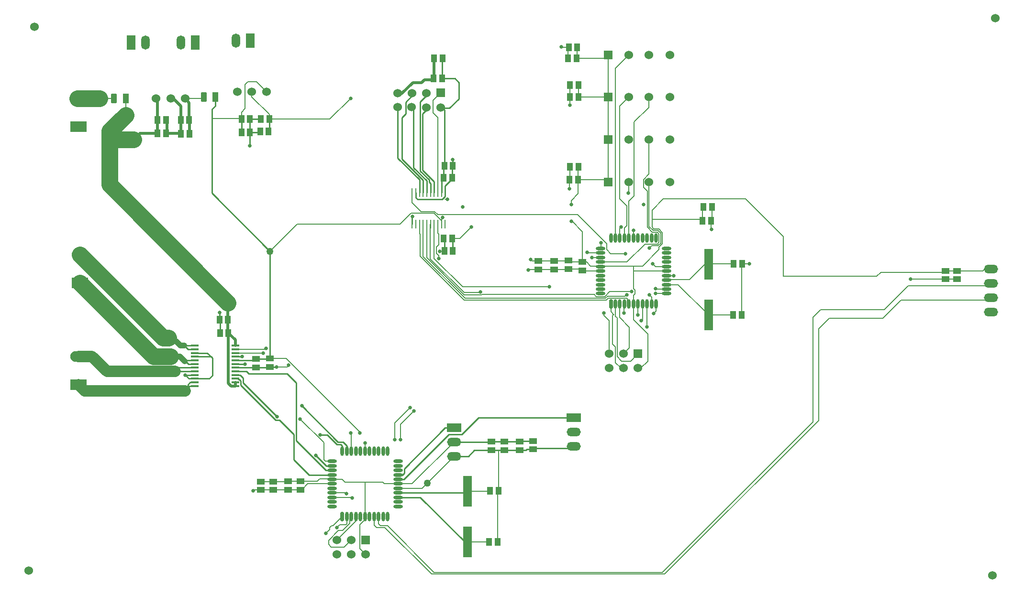
<source format=gtl>
G04 Layer_Physical_Order=1*
G04 Layer_Color=255*
%FSLAX25Y25*%
%MOIN*%
G70*
G01*
G75*
G04:AMPARAMS|DCode=10|XSize=41.34mil|YSize=66.93mil|CornerRadius=10.34mil|HoleSize=0mil|Usage=FLASHONLY|Rotation=0.000|XOffset=0mil|YOffset=0mil|HoleType=Round|Shape=RoundedRectangle|*
%AMROUNDEDRECTD10*
21,1,0.04134,0.04626,0,0,0.0*
21,1,0.02067,0.06693,0,0,0.0*
1,1,0.02067,0.01034,-0.02313*
1,1,0.02067,-0.01034,-0.02313*
1,1,0.02067,-0.01034,0.02313*
1,1,0.02067,0.01034,0.02313*
%
%ADD10ROUNDEDRECTD10*%
%ADD11R,0.04134X0.06693*%
%ADD12O,0.02362X0.06496*%
%ADD13O,0.06496X0.02362*%
G04:AMPARAMS|DCode=14|XSize=23.62mil|YSize=64.96mil|CornerRadius=5.91mil|HoleSize=0mil|Usage=FLASHONLY|Rotation=180.000|XOffset=0mil|YOffset=0mil|HoleType=Round|Shape=RoundedRectangle|*
%AMROUNDEDRECTD14*
21,1,0.02362,0.05315,0,0,180.0*
21,1,0.01181,0.06496,0,0,180.0*
1,1,0.01181,-0.00591,0.02658*
1,1,0.01181,0.00591,0.02658*
1,1,0.01181,0.00591,-0.02658*
1,1,0.01181,-0.00591,-0.02658*
%
%ADD14ROUNDEDRECTD14*%
%ADD15R,0.05906X0.21654*%
%ADD16O,0.05512X0.01575*%
G04:AMPARAMS|DCode=17|XSize=15.75mil|YSize=55.12mil|CornerRadius=3.94mil|HoleSize=0mil|Usage=FLASHONLY|Rotation=90.000|XOffset=0mil|YOffset=0mil|HoleType=Round|Shape=RoundedRectangle|*
%AMROUNDEDRECTD17*
21,1,0.01575,0.04724,0,0,90.0*
21,1,0.00787,0.05512,0,0,90.0*
1,1,0.00787,0.02362,0.00394*
1,1,0.00787,0.02362,-0.00394*
1,1,0.00787,-0.02362,-0.00394*
1,1,0.00787,-0.02362,0.00394*
%
%ADD17ROUNDEDRECTD17*%
%ADD18R,0.00984X0.06102*%
G04:AMPARAMS|DCode=19|XSize=9.84mil|YSize=61.02mil|CornerRadius=2.46mil|HoleSize=0mil|Usage=FLASHONLY|Rotation=180.000|XOffset=0mil|YOffset=0mil|HoleType=Round|Shape=RoundedRectangle|*
%AMROUNDEDRECTD19*
21,1,0.00984,0.05610,0,0,180.0*
21,1,0.00492,0.06102,0,0,180.0*
1,1,0.00492,-0.00246,0.02805*
1,1,0.00492,0.00246,0.02805*
1,1,0.00492,0.00246,-0.02805*
1,1,0.00492,-0.00246,-0.02805*
%
%ADD19ROUNDEDRECTD19*%
%ADD20R,0.04331X0.05512*%
%ADD21R,0.05512X0.04331*%
%ADD22C,0.00600*%
%ADD23C,0.01969*%
%ADD24C,0.00984*%
%ADD25C,0.03937*%
%ADD26C,0.11811*%
%ADD27C,0.07874*%
%ADD28C,0.06000*%
%ADD29R,0.06000X0.06000*%
%ADD30O,0.09843X0.06000*%
%ADD31O,0.09843X0.05906*%
%ADD32O,0.06000X0.09843*%
%ADD33R,0.06000X0.09843*%
%ADD34R,0.09843X0.06000*%
%ADD35R,0.11417X0.07480*%
%ADD36O,0.11417X0.07480*%
%ADD37C,0.02500*%
%ADD38C,0.05000*%
D10*
X67913Y342520D02*
D03*
X130512Y343504D02*
D03*
D11*
X76181Y342520D02*
D03*
X138779Y343504D02*
D03*
D12*
X230315Y50886D02*
D03*
X233465D02*
D03*
X236614D02*
D03*
X239764D02*
D03*
X242913D02*
D03*
X246063D02*
D03*
X249213D02*
D03*
X252362D02*
D03*
X255512D02*
D03*
X258661D02*
D03*
Y96752D02*
D03*
X255512D02*
D03*
X252362D02*
D03*
X249213D02*
D03*
X246063D02*
D03*
X242913D02*
D03*
X239764D02*
D03*
X236614D02*
D03*
X233465D02*
D03*
X230315D02*
D03*
X227165D02*
D03*
X417323Y199311D02*
D03*
X420472D02*
D03*
X423622D02*
D03*
X426772D02*
D03*
X429921D02*
D03*
X433071D02*
D03*
X436221D02*
D03*
X439370D02*
D03*
X442520D02*
D03*
X445669D02*
D03*
Y245177D02*
D03*
X442520D02*
D03*
X439370D02*
D03*
X436221D02*
D03*
X433071D02*
D03*
X429921D02*
D03*
X426772D02*
D03*
X423622D02*
D03*
X420472D02*
D03*
X417323D02*
D03*
X414173D02*
D03*
D13*
X265846Y58071D02*
D03*
Y61221D02*
D03*
Y64370D02*
D03*
Y67520D02*
D03*
Y70669D02*
D03*
Y73819D02*
D03*
Y76968D02*
D03*
Y80118D02*
D03*
Y83268D02*
D03*
Y86417D02*
D03*
Y89567D02*
D03*
X219980D02*
D03*
Y86417D02*
D03*
Y83268D02*
D03*
Y80118D02*
D03*
Y76968D02*
D03*
Y73819D02*
D03*
Y70669D02*
D03*
Y67520D02*
D03*
Y64370D02*
D03*
Y61221D02*
D03*
Y58071D02*
D03*
X452854Y206496D02*
D03*
Y209646D02*
D03*
Y212795D02*
D03*
Y215945D02*
D03*
Y219094D02*
D03*
Y222244D02*
D03*
Y225394D02*
D03*
Y228543D02*
D03*
Y231693D02*
D03*
Y234842D02*
D03*
Y237992D02*
D03*
X406988D02*
D03*
Y234842D02*
D03*
Y231693D02*
D03*
Y228543D02*
D03*
Y225394D02*
D03*
Y222244D02*
D03*
Y219094D02*
D03*
Y215945D02*
D03*
Y212795D02*
D03*
Y209646D02*
D03*
Y206496D02*
D03*
D14*
X227165Y50886D02*
D03*
X414173Y199311D02*
D03*
D15*
X482283Y226969D02*
D03*
Y191535D02*
D03*
X314173Y68701D02*
D03*
Y33268D02*
D03*
D16*
X152559Y142028D02*
D03*
Y144587D02*
D03*
Y147146D02*
D03*
Y149705D02*
D03*
Y152264D02*
D03*
Y154823D02*
D03*
Y157382D02*
D03*
Y159941D02*
D03*
Y162500D02*
D03*
Y165059D02*
D03*
Y167618D02*
D03*
Y170177D02*
D03*
X124213Y142028D02*
D03*
Y144587D02*
D03*
Y147146D02*
D03*
Y149705D02*
D03*
Y152264D02*
D03*
Y154823D02*
D03*
Y157382D02*
D03*
Y159941D02*
D03*
Y162500D02*
D03*
Y165059D02*
D03*
Y167618D02*
D03*
D17*
Y170177D02*
D03*
D18*
X275787Y254921D02*
D03*
X278346D02*
D03*
X280906D02*
D03*
X283465D02*
D03*
X286024D02*
D03*
X288583D02*
D03*
X291142D02*
D03*
X293701D02*
D03*
X296260D02*
D03*
X298819D02*
D03*
X275787Y276969D02*
D03*
X278346D02*
D03*
X280906D02*
D03*
X283465D02*
D03*
X286024D02*
D03*
X288583D02*
D03*
X291142D02*
D03*
X293701D02*
D03*
X296260D02*
D03*
D19*
X298819D02*
D03*
D20*
X175787Y319488D02*
D03*
X169882D02*
D03*
X176181Y328150D02*
D03*
X170276D02*
D03*
X499409Y191535D02*
D03*
X505315D02*
D03*
X499606Y227362D02*
D03*
X505512D02*
D03*
X478740Y267126D02*
D03*
X484646D02*
D03*
X391339Y286024D02*
D03*
X385433D02*
D03*
X391732Y343504D02*
D03*
X385827D02*
D03*
X390354Y370472D02*
D03*
X384449D02*
D03*
X478150Y257283D02*
D03*
X484055D02*
D03*
X391535Y295079D02*
D03*
X385630D02*
D03*
X391732Y351969D02*
D03*
X385827D02*
D03*
X390748Y378346D02*
D03*
X384842D02*
D03*
X147835Y178937D02*
D03*
X141929D02*
D03*
X147441Y188386D02*
D03*
X141535D02*
D03*
X329331Y33268D02*
D03*
X335236D02*
D03*
X330118Y69095D02*
D03*
X336024D02*
D03*
X156890Y319094D02*
D03*
X162795D02*
D03*
X156890Y328150D02*
D03*
X162795D02*
D03*
X98425Y318307D02*
D03*
X104331D02*
D03*
X98425Y327756D02*
D03*
X104331D02*
D03*
X120669Y317913D02*
D03*
X114764D02*
D03*
X120472Y327658D02*
D03*
X114567D02*
D03*
X297835Y245079D02*
D03*
X303740D02*
D03*
X298228Y236417D02*
D03*
X304134D02*
D03*
X297835Y287205D02*
D03*
X303740D02*
D03*
X298228Y295472D02*
D03*
X304134D02*
D03*
X297047Y370669D02*
D03*
X291142D02*
D03*
X296654Y356496D02*
D03*
X290748D02*
D03*
D21*
X647441Y222441D02*
D03*
Y216535D02*
D03*
X655315Y222441D02*
D03*
Y216535D02*
D03*
X363779Y229331D02*
D03*
Y223425D02*
D03*
X394488Y228543D02*
D03*
Y222638D02*
D03*
X374803Y229331D02*
D03*
Y223425D02*
D03*
X384646Y229528D02*
D03*
Y223622D02*
D03*
X340158Y103150D02*
D03*
Y97244D02*
D03*
X350787Y103150D02*
D03*
Y97244D02*
D03*
X359842Y103740D02*
D03*
Y97835D02*
D03*
X331102Y103150D02*
D03*
Y97244D02*
D03*
X166929Y161024D02*
D03*
Y155118D02*
D03*
X176772Y161221D02*
D03*
Y155315D02*
D03*
X170472Y75394D02*
D03*
Y69488D02*
D03*
X179134Y75394D02*
D03*
Y69488D02*
D03*
X189370Y75590D02*
D03*
Y69685D02*
D03*
X198031Y75590D02*
D03*
Y69685D02*
D03*
D22*
X309055Y245079D02*
X316929Y252953D01*
X303740Y245079D02*
X309055D01*
X312598Y33268D02*
X329331D01*
X312598Y68701D02*
X329724D01*
X425703Y199311D02*
Y203165D01*
X230315Y45901D02*
Y50886D01*
X229690Y45276D02*
X230315Y45901D01*
X225394Y45276D02*
X229690D01*
X223425Y43307D02*
X225394Y45276D01*
X220752Y44473D02*
X227165Y50886D01*
X219582Y44473D02*
X220752D01*
X218322Y43213D02*
X219582Y44473D01*
X217520Y34374D02*
X224303Y41157D01*
X227269D01*
X232396Y46285D01*
X219488Y29528D02*
X228189D01*
X218322Y42043D02*
Y43213D01*
X215650Y39370D02*
X218322Y42043D01*
X223268Y34606D02*
X236614Y47953D01*
X232396Y46285D02*
Y49817D01*
X236614Y47953D02*
Y50886D01*
X217520Y31496D02*
Y34374D01*
X232396Y49817D02*
X233465Y50886D01*
X242913Y49025D02*
Y50886D01*
X239173Y45285D02*
X242913Y49025D01*
X239173Y28701D02*
Y45285D01*
Y28701D02*
X243268Y24606D01*
X217520Y31496D02*
X219488Y29528D01*
X228189D02*
X233268Y34606D01*
X623032Y216535D02*
X647441D01*
X677323Y201929D02*
X679134Y203740D01*
X677323Y211929D02*
X679134Y213740D01*
X655315Y222441D02*
X673228D01*
X674528Y223740D01*
X679134D01*
X677835Y222441D02*
X679134Y223740D01*
X646457Y221457D02*
X647441Y222441D01*
X602362Y221457D02*
X646457D01*
X621378Y211929D02*
X677323D01*
X604764Y195315D02*
X621378Y211929D01*
X616299Y201929D02*
X677323D01*
X534252Y218504D02*
X599409D01*
X602362Y221457D01*
X120472Y327658D02*
X120669Y327461D01*
X359252Y229331D02*
X363779D01*
X358268Y230315D02*
X359252Y229331D01*
X450019Y12027D02*
X555118Y117126D01*
X291123Y12027D02*
X450019D01*
X258643Y44507D02*
X291123Y12027D01*
X253721Y44507D02*
X258643D01*
X252362Y45866D02*
X253721Y44507D01*
X249213Y45079D02*
Y50886D01*
Y45079D02*
X250984Y43307D01*
X252362Y45866D02*
Y50886D01*
X250984Y43307D02*
X256791D01*
X289272Y10827D01*
X451772D02*
X559055Y118110D01*
X289272Y10827D02*
X451772D01*
X406988Y228543D02*
X425394D01*
X437880Y241029D01*
X446531D01*
X447750Y242248D01*
Y248106D01*
X446531Y249325D02*
X447750Y248106D01*
X443137Y249325D02*
X446531D01*
X439548Y252914D02*
X443137Y249325D01*
X439548Y252914D02*
Y277849D01*
X436848Y280549D02*
X439548Y277849D01*
X436848Y280549D02*
Y286064D01*
X440748Y289964D01*
X442585Y239829D02*
X447028D01*
X443634Y250525D02*
X447028D01*
X440748Y253411D02*
X443634Y250525D01*
X447512Y251739D02*
X450150Y249100D01*
X444118Y251739D02*
X447512D01*
X447750Y237317D02*
Y238854D01*
X450150Y241254D01*
Y249100D01*
X442913Y252943D02*
X444118Y251739D01*
X447028Y239829D02*
X448950Y241751D01*
Y248603D01*
X447028Y250525D02*
X448950Y248603D01*
X440945Y238189D02*
X442585Y239829D01*
X426772Y245177D02*
Y270903D01*
X430475Y274606D01*
Y326144D01*
X440748Y336417D01*
Y343504D01*
X406988Y237992D02*
X407480Y238484D01*
Y242126D01*
X411236Y237298D02*
Y241411D01*
X295960Y261796D02*
X390851D01*
X411236Y241411D01*
Y237298D02*
X414085Y234449D01*
X424409D01*
X420472Y252165D02*
X421260Y252953D01*
X420472Y245177D02*
Y252165D01*
X400984Y231693D02*
X406988D01*
X397638Y235236D02*
X398031Y234842D01*
X406988D01*
X426181Y276575D02*
X426575Y276969D01*
X417323Y245177D02*
Y363779D01*
X426575Y373031D01*
X412402Y343504D02*
Y373031D01*
X409842Y370472D02*
X412402Y373031D01*
X390354Y370472D02*
X409842D01*
X391732Y343504D02*
Y351969D01*
X385827Y343504D02*
Y351969D01*
X385433Y286024D02*
X385630Y286221D01*
Y295079D01*
X391339Y294882D02*
X391535Y295079D01*
X391339Y286024D02*
Y294882D01*
Y276181D02*
Y286024D01*
X386614Y271457D02*
X391339Y276181D01*
X386614Y268504D02*
Y271457D01*
Y256890D02*
X387402D01*
X394488Y249803D01*
Y228543D02*
Y249803D01*
X391339Y286024D02*
X410827D01*
X391732Y343504D02*
X411024D01*
X417445Y190582D02*
Y192608D01*
X417323Y192730D02*
Y199311D01*
Y192730D02*
X417445Y192608D01*
X415354Y171260D02*
X417323Y169291D01*
Y158465D02*
Y169291D01*
X421260Y154528D02*
X423071D01*
X417323Y158465D02*
X421260Y154528D01*
X415354Y171260D02*
Y191220D01*
X416245Y192111D01*
X420276Y189961D02*
X427165Y183071D01*
Y168622D02*
Y183071D01*
X423071Y164528D02*
X427165Y168622D01*
X423228Y198917D02*
X423622Y199311D01*
X423228Y192913D02*
Y198917D01*
X409449Y191299D02*
Y192913D01*
Y191299D02*
X413071Y187677D01*
X414173Y194095D02*
X416157Y192111D01*
X414173Y194095D02*
Y199311D01*
X416157Y192111D02*
X416245D01*
X420276Y189961D02*
Y199114D01*
X413071Y164528D02*
Y187677D01*
X420276Y199114D02*
X420472Y199311D01*
X412402Y164370D02*
X412559Y164528D01*
X413071D01*
X429921Y188189D02*
Y199311D01*
Y188189D02*
X439961Y178150D01*
Y159449D02*
Y178150D01*
X435039Y154528D02*
X439961Y159449D01*
X433071Y154528D02*
X435039D01*
X298819Y272244D02*
X300394D01*
X215354Y89567D02*
X219980D01*
X214173Y90748D02*
X215354Y89567D01*
X214173Y90748D02*
Y102559D01*
X188583Y155315D02*
X189764Y156496D01*
X181496Y155315D02*
X188583D01*
X176772Y161221D02*
X188080D01*
X239370Y109930D01*
Y109252D02*
Y109930D01*
X484055Y251575D02*
X484252Y251378D01*
X484055Y251575D02*
Y257283D01*
X484646Y257874D01*
Y267126D01*
X478150Y266535D02*
X478740Y267126D01*
X478150Y257283D02*
Y266535D01*
X385433Y279724D02*
Y286024D01*
X385630Y337992D02*
X385827Y338189D01*
Y343504D01*
X385236Y352559D02*
X385827Y351969D01*
X391142Y352559D02*
X391732Y351969D01*
X379724Y378740D02*
X380118Y378346D01*
X384842D01*
X384449Y377953D02*
X384842Y378346D01*
X384449Y370472D02*
Y377953D01*
X390354Y370472D02*
X390748Y370866D01*
Y378346D01*
X476968Y258465D02*
X478150Y257283D01*
X442913Y258465D02*
X476968D01*
X391535Y295079D02*
X392323Y295866D01*
X356693Y223031D02*
X357087Y223425D01*
X363779D01*
X393504Y223622D02*
X394488Y222638D01*
X384646Y223622D02*
X393504D01*
X384449Y223425D02*
X384646Y223622D01*
X374803Y223425D02*
X384449D01*
X363779D02*
X374803D01*
X385630Y228543D02*
X394488D01*
X384646Y229528D02*
X385630Y228543D01*
X384449Y229331D02*
X384646Y229528D01*
X374803Y229331D02*
X384449D01*
X363779D02*
X374803D01*
X394488Y228543D02*
X397244D01*
X400084Y225703D01*
X406988Y225394D02*
Y225703D01*
X394882Y222244D02*
X406988D01*
X394488Y222638D02*
X394882Y222244D01*
X291142Y231102D02*
X311024Y211221D01*
X371260D01*
X456076Y272601D02*
X507911D01*
X456076D02*
X456113Y272638D01*
X507911Y272601D02*
X534252Y246260D01*
X296260Y257178D02*
Y259055D01*
Y254921D02*
Y257178D01*
Y259055D02*
X296850Y259646D01*
X295778Y261614D02*
X295960Y261796D01*
X293521Y261614D02*
X295778D01*
X322835Y207283D02*
X323228Y207677D01*
X311920Y207283D02*
X322835D01*
X286024Y231483D02*
X311979Y205527D01*
X324119D01*
X324451Y205859D02*
X402615D01*
X324119Y205527D02*
X324451Y205859D01*
X444095Y192717D02*
X445669Y194291D01*
Y199311D01*
X439370Y183268D02*
Y199311D01*
X443307Y227362D02*
X445276Y225394D01*
X452854D01*
X436221Y225787D02*
X447750Y237317D01*
X291352Y263783D02*
X293521Y261614D01*
X282083Y263783D02*
X291352D01*
X290855Y262583D02*
X296260Y257178D01*
X293701Y248622D02*
Y254921D01*
Y248622D02*
X294488Y247835D01*
Y240639D02*
Y247835D01*
X292731Y238882D02*
X294488Y240639D01*
X275787Y270079D02*
X282083Y263783D01*
X275787Y270079D02*
Y276969D01*
X440945Y205709D02*
X442520Y204134D01*
Y199311D02*
Y204134D01*
X430890Y206393D02*
Y208960D01*
X413360Y207858D02*
X428527D01*
X428739Y208070D01*
X429921Y209929D02*
X430890Y208960D01*
X409917Y204415D02*
X413360Y207858D01*
X411858Y204659D02*
X424147D01*
X410414Y203215D02*
X411858Y204659D01*
X412355Y203459D02*
X424484D01*
X410911Y202015D02*
X412355Y203459D01*
X404059Y204415D02*
X409917D01*
X402615Y205859D02*
X404059Y204415D01*
X312595Y203215D02*
X410414D01*
X312097Y202015D02*
X410911D01*
X281496Y232616D02*
Y247835D01*
X283465Y232345D02*
Y254921D01*
X286024Y231483D02*
Y254921D01*
X288400Y230803D02*
Y254739D01*
Y230803D02*
X311920Y207283D01*
X283465Y232345D02*
X312595Y203215D01*
X281496Y232616D02*
X312097Y202015D01*
X267717Y115158D02*
X277165Y124606D01*
X267717Y104528D02*
Y115158D01*
X233465Y64370D02*
X233858Y63976D01*
X219980Y64370D02*
X233465D01*
X435433Y187598D02*
X436221Y188386D01*
Y199311D01*
X263779Y116339D02*
X274410Y126969D01*
X263779Y104528D02*
Y116339D01*
X229528Y67520D02*
X229921Y67126D01*
X219980Y67520D02*
X229528D01*
X294488Y230906D02*
X295276D01*
X291142Y231102D02*
Y254921D01*
X294488Y230906D02*
Y232874D01*
X297834Y236023D02*
X298228Y236417D01*
X288400Y254739D02*
X288583Y254921D01*
X292731Y234631D02*
Y238882D01*
Y234631D02*
X294488Y232874D01*
X294881Y236023D02*
X297834D01*
X433071Y191535D02*
Y199311D01*
X176772Y236024D02*
X195669Y254921D01*
X267432D01*
X275094Y262583D01*
X290855D01*
X429921Y205424D02*
X430890Y206393D01*
X429921Y199311D02*
Y205424D01*
X445276Y206496D02*
X452854D01*
X275787Y260236D02*
X275984Y260433D01*
X275787Y259055D02*
Y260236D01*
X445276Y210039D02*
X445669Y209646D01*
X452854D01*
X424147Y204659D02*
X425196Y205708D01*
X424778Y203165D02*
X425703D01*
X424484Y203459D02*
X424778Y203165D01*
X280906Y248425D02*
Y254921D01*
Y248425D02*
X281496Y247835D01*
X425703Y199311D02*
X426772D01*
X505512Y227362D02*
X510630D01*
X482283Y226969D02*
X482677Y227362D01*
X499606D01*
X505315Y227165D02*
X505512Y227362D01*
X505315Y191535D02*
Y227165D01*
X499409Y191535D02*
X499409Y191535D01*
X482283Y191535D02*
X499409D01*
X534252Y218504D02*
Y246260D01*
X457874Y219094D02*
X457874Y219094D01*
X452854Y219094D02*
X457874D01*
X429921Y245177D02*
Y250590D01*
X406988Y225394D02*
X407382Y225787D01*
X452854Y212795D02*
X461024D01*
X482283Y191535D01*
X452854Y215945D02*
X453248Y216339D01*
X468898D01*
X479528Y226969D01*
X482283D01*
X417323Y199311D02*
X417323Y199311D01*
X335236Y33268D02*
Y68307D01*
X336024Y69095D01*
X655315Y216535D02*
Y216932D01*
X647441Y216535D02*
X655315D01*
X647441Y222441D02*
X655315D01*
X265846Y73819D02*
X275827D01*
X305118Y103110D01*
X164961Y69095D02*
X165354Y69488D01*
X170472D01*
X179134D01*
X170472Y75394D02*
X179134D01*
Y69488D02*
X189173D01*
Y75394D02*
X189370Y75590D01*
X179134Y75394D02*
X189173D01*
X242913Y75019D02*
X255222D01*
X229115D02*
X242913D01*
Y50886D02*
Y75019D01*
X189173Y69488D02*
X189370Y69685D01*
X242913Y96752D02*
Y102165D01*
X265846Y70669D02*
X282677D01*
X219980Y76968D02*
X227165D01*
X229115Y75019D01*
X255222D02*
X256421Y73819D01*
X265846D01*
X265059Y71457D02*
X265846Y70669D01*
X189370Y69685D02*
X198031D01*
X189370Y75590D02*
X198031D01*
Y69685D02*
X198847D01*
X202981Y73819D01*
X219980D01*
X219587Y77362D02*
X219980Y76968D01*
X211417Y77362D02*
X219587D01*
X209646Y75590D02*
X211417Y77362D01*
X198031Y75590D02*
X209646D01*
X329331Y33268D02*
X329331Y33268D01*
X335630Y97244D02*
X336024Y96850D01*
Y69095D02*
Y96850D01*
X329724Y68701D02*
X330118Y69095D01*
X233071Y109251D02*
X233465Y108857D01*
Y96752D02*
Y108857D01*
X174015Y168307D02*
X174015D01*
X173327Y167618D02*
X174015Y168307D01*
X152559Y167618D02*
X173327D01*
X152559Y165059D02*
X172146D01*
X197638Y119095D02*
X214173Y102559D01*
X170276Y328150D02*
X170276Y328150D01*
X169488Y319094D02*
X169882Y319488D01*
X175787D02*
X176181Y319882D01*
X162598Y309646D02*
X162795Y309842D01*
X429921Y222244D02*
X452854D01*
X432677Y225787D02*
X432677Y225787D01*
X407382D02*
X432677D01*
X436221D01*
X442913Y252943D02*
Y258465D01*
X429921Y225787D02*
X432677D01*
X429921Y209929D02*
Y222244D01*
Y225787D01*
X442913Y258465D02*
Y264764D01*
X450787Y272638D02*
X456113D01*
X442913Y264764D02*
X450787Y272638D01*
X117717Y342520D02*
X129528D01*
X130512Y343504D01*
X58071Y342520D02*
X67913D01*
X97441D02*
X98425Y341535D01*
X421752Y159449D02*
X427992D01*
X433071Y164528D01*
X420276Y337205D02*
X426575Y343504D01*
X412402Y313976D02*
Y343504D01*
X440748Y289964D02*
Y313976D01*
X420276Y272638D02*
Y337205D01*
X412402Y284449D02*
Y313976D01*
X410827Y286024D02*
X412402Y284449D01*
X440748Y253411D02*
Y284449D01*
X426575Y276969D02*
Y284449D01*
X423622Y245177D02*
Y252274D01*
X425197Y253849D01*
X420276Y272638D02*
X425197Y267717D01*
Y253849D02*
Y267717D01*
X560472Y195315D02*
X604764D01*
X555118Y189961D02*
X560472Y195315D01*
X555118Y117126D02*
Y189961D01*
X603622Y189252D02*
X616299Y201929D01*
X566221Y189252D02*
X603622D01*
X559055Y182087D02*
X566221Y189252D01*
X559055Y118110D02*
Y182087D01*
X417445Y190582D02*
X418523Y189504D01*
Y162678D02*
Y189504D01*
Y162678D02*
X421752Y159449D01*
X293701Y276969D02*
Y329331D01*
X290354Y332677D02*
X293701Y329331D01*
X290354Y332677D02*
Y341263D01*
X295648Y346557D01*
X282677Y70669D02*
X305118Y93110D01*
X136221Y328740D02*
X155905D01*
X176181Y328150D02*
Y331693D01*
X164075Y343799D02*
X176181Y331693D01*
X164075Y343799D02*
Y347441D01*
X156890Y328150D02*
Y333071D01*
X167323Y354331D02*
X174213Y347441D01*
X161417Y354331D02*
X167323D01*
X159449Y352362D02*
X161417Y354331D01*
X156890Y333071D02*
X159449Y335630D01*
Y352362D01*
X155905Y328740D02*
X156890Y327756D01*
X400084Y225703D02*
X406988D01*
X648150Y221457D02*
X648622Y221929D01*
X391142Y352559D02*
X391535Y352953D01*
X176181Y328150D02*
X218504D01*
X233071Y342717D01*
X76181Y331102D02*
Y342520D01*
X64961Y319882D02*
X70866Y313976D01*
X81693D02*
X86024Y318307D01*
D23*
X117717Y342520D02*
X120472Y339764D01*
Y327658D02*
Y339764D01*
X120669Y317913D02*
Y327461D01*
X147441Y188386D02*
Y200000D01*
X282283Y353740D02*
X284252Y355709D01*
X276378Y353740D02*
X282283D01*
X268504Y345866D02*
X276378Y353740D01*
X284252Y355709D02*
X289961D01*
X290748Y356496D01*
X267108Y345866D02*
X268504D01*
X149508Y142028D02*
X152559D01*
X147539Y143996D02*
X149508Y142028D01*
X147539Y179232D02*
X147835Y178937D01*
X152559Y142028D02*
Y144587D01*
X147835Y178937D02*
X152559Y174213D01*
Y170177D02*
Y174213D01*
X290748Y356496D02*
X291142Y356890D01*
Y370669D01*
X114567Y327658D02*
X114764Y327461D01*
Y317913D02*
Y327461D01*
X114370Y318307D02*
X114764Y317913D01*
X104331Y318307D02*
X114370D01*
X104331D02*
X104921Y318898D01*
Y327658D01*
X147441Y179331D02*
X147539Y179232D01*
X147441Y179331D02*
Y188386D01*
X98425Y318307D02*
Y327756D01*
X86024Y318307D02*
X98425D01*
X114567Y327658D02*
Y337303D01*
X108858Y343012D02*
X114567Y337303D01*
X98425Y327756D02*
Y341535D01*
X147539Y143996D02*
Y179232D01*
D24*
X322153Y120039D02*
X388189D01*
X188583Y150591D02*
X194891Y144282D01*
X161909Y150591D02*
X188583D01*
X160236Y152264D02*
X161909Y150591D01*
X152559Y152264D02*
X160236D01*
X157991Y144272D02*
Y147717D01*
X156004Y149705D02*
X157991Y147717D01*
X152559Y149705D02*
X156004D01*
X156407Y142544D02*
Y145684D01*
X155323Y146768D02*
X156407Y145684D01*
X154568Y146768D02*
X155323D01*
X297835Y296654D02*
X298228Y297047D01*
X303740Y295079D02*
X304134Y295472D01*
X303740Y287205D02*
Y295079D01*
X298819Y274440D02*
Y276969D01*
X279528Y272244D02*
X296623D01*
X298819Y274440D01*
X270187Y81407D02*
Y84458D01*
X268898Y80118D02*
X270187Y81407D01*
X265846Y80118D02*
X268898D01*
X227165Y96752D02*
Y100197D01*
X225994Y101368D02*
X227165Y100197D01*
X223458Y101368D02*
X225994D01*
X216756Y108071D02*
X223458Y101368D01*
X211811Y108071D02*
X216756D01*
X152559Y147146D02*
X154626D01*
X386772Y98622D02*
X388189Y100039D01*
X360630Y98622D02*
X386772D01*
X359842Y97835D02*
X360630Y98622D01*
X304134Y236417D02*
Y244685D01*
X298228Y236417D02*
Y244685D01*
X156407Y142544D02*
X180624Y118327D01*
X157991Y144272D02*
X181594Y120669D01*
X154568Y146768D02*
X154786Y146986D01*
X154786D02*
X154786D01*
X154626Y147146D02*
X154786Y146986D01*
X230315Y96752D02*
Y100197D01*
X227559Y102953D02*
X230315Y100197D01*
X224114Y102953D02*
X227559D01*
X198917Y128150D02*
X224114Y102953D01*
X215684Y83268D02*
X219980D01*
X194891Y104060D02*
X215684Y83268D01*
X203937Y80118D02*
X219980D01*
X193307Y90748D02*
X203937Y80118D01*
X193307Y90748D02*
Y108465D01*
X335630Y97244D02*
X340158D01*
X331102D02*
X335630D01*
X180624Y118327D02*
X183445D01*
X152559Y157382D02*
X159350D01*
X165847Y159941D02*
X166929Y161024D01*
X152559Y159941D02*
X165847D01*
X152559Y162500D02*
X157382D01*
X215846Y86417D02*
X219980D01*
X208760Y93504D02*
X215846Y86417D01*
X194891Y104060D02*
Y144282D01*
X183445Y118327D02*
X193307Y108465D01*
X281496Y64370D02*
X312598Y33268D01*
X265846Y64370D02*
X281496D01*
X311417Y67520D02*
X312598Y68701D01*
X265846Y67520D02*
X311417D01*
X350787Y97244D02*
X355118D01*
X355709Y97835D01*
X359842D01*
X340158Y97244D02*
X350787D01*
X319094D02*
X331102D01*
X314961Y93110D02*
X319094Y97244D01*
X305118Y93110D02*
X314961D01*
X265846Y76968D02*
X270079D01*
X350787Y103150D02*
X351378Y103740D01*
X359842D01*
X340158Y103150D02*
X350787D01*
X331102D02*
X340158D01*
X331063Y103110D02*
X331102Y103150D01*
X305118Y103110D02*
X331063D01*
X298839Y113110D02*
X305118D01*
X270187Y84458D02*
X298839Y113110D01*
X176772Y161221D02*
Y236024D01*
X166929Y161024D02*
X176575D01*
X176772Y161221D01*
X136221Y276575D02*
X176772Y236024D01*
X283080Y292614D02*
Y331939D01*
Y292614D02*
X291142Y284552D01*
Y276969D02*
Y284552D01*
X288583Y276969D02*
Y283268D01*
X287608Y284243D02*
X288583Y283268D01*
X287608Y284243D02*
Y285846D01*
X281496Y291958D02*
X287608Y285846D01*
X281496Y291958D02*
Y340354D01*
X276808Y294405D02*
Y335966D01*
Y294405D02*
X286024Y285190D01*
Y276969D02*
Y285190D01*
X283465Y276969D02*
Y285508D01*
X268692Y300281D02*
X283465Y285508D01*
X268692Y300281D02*
Y329366D01*
X271200Y331874D01*
Y339958D01*
X280906Y276969D02*
Y285827D01*
X141535Y188386D02*
Y193307D01*
Y188386D02*
X141929Y187992D01*
Y178937D02*
Y187992D01*
X133169Y165059D02*
X135728Y162500D01*
X136614Y161614D01*
X124213Y162500D02*
X135728D01*
X124213Y165059D02*
X133169D01*
X136614Y149409D02*
Y161614D01*
X134350Y147146D02*
X136614Y149409D01*
X124213Y147146D02*
X134350D01*
X119587Y167618D02*
X124213D01*
X117027Y170177D02*
X119587Y167618D01*
X176772Y155315D02*
X181496D01*
X176575Y155118D02*
X176772Y155315D01*
X166929Y155118D02*
X176575D01*
X166634Y154823D02*
X166929Y155118D01*
X152559Y154823D02*
X166634D01*
X120374Y147146D02*
X124213D01*
X117815Y149705D02*
X120374Y147146D01*
X117815Y149705D02*
X124213D01*
X110531Y152264D02*
X113091Y154823D01*
X117027Y170177D02*
X124213D01*
X118012Y159941D02*
X124213D01*
X117323Y159252D02*
X118012Y159941D01*
X119980Y157382D02*
X124213D01*
X118110Y159252D02*
X119980Y157382D01*
X117323Y159252D02*
X118110D01*
X119685Y140945D02*
X120768Y142028D01*
X117520Y138779D02*
X119685Y140945D01*
Y143110D01*
X120768Y142028D02*
X124213D01*
X119685Y143110D02*
X121161Y144587D01*
X124213D01*
X113091Y154823D02*
X124213D01*
X110531Y152264D02*
X124213D01*
X303740Y245079D02*
X304134Y244685D01*
X297835Y245079D02*
X298228Y244685D01*
X304134Y295472D02*
Y300000D01*
X303740Y286645D02*
Y287205D01*
X298819Y281723D02*
X303740Y286645D01*
X298819Y276969D02*
Y281723D01*
X275787Y254921D02*
Y259055D01*
X278346Y273425D02*
Y276969D01*
Y273425D02*
X279528Y272244D01*
X296260Y285630D02*
X297835Y287205D01*
X296260Y276969D02*
Y285630D01*
X296654Y370276D02*
X297047Y370669D01*
X296654Y356496D02*
Y370276D01*
Y356496D02*
X305512D01*
X308268Y353740D01*
Y342323D02*
Y353740D01*
X301811Y335866D02*
X308268Y342323D01*
X156890Y319094D02*
Y327756D01*
X162795Y328150D02*
X170276D01*
X162795Y319094D02*
Y328150D01*
Y319094D02*
X169488D01*
X176181Y319882D02*
Y328150D01*
X162795Y309842D02*
Y319094D01*
X270079Y76968D02*
X301378Y108268D01*
X310381D01*
X322153Y120039D01*
X281496Y340354D02*
X285648Y344506D01*
X283080Y331939D02*
X287008Y335866D01*
X271200Y339958D02*
X275748Y344506D01*
X265748Y300984D02*
X280906Y285827D01*
X265748Y300984D02*
Y334606D01*
X267108Y335966D01*
X275748Y344506D02*
Y346457D01*
X285648Y344506D02*
Y346457D01*
X297108Y335866D02*
X301811D01*
X298228Y297047D02*
Y334746D01*
X297108Y335866D02*
X298228Y334746D01*
X136221Y335039D02*
X138779Y337598D01*
Y343504D01*
X136221Y276575D02*
Y328740D01*
Y335039D01*
X297835Y287205D02*
Y296654D01*
D25*
X114272Y170177D02*
X117027D01*
X107480Y176969D02*
X114272Y170177D01*
X105905Y175787D02*
X107087Y176969D01*
X107480D01*
X113868Y162706D02*
X117323Y159252D01*
X107480Y162706D02*
X113868D01*
D26*
X95758D02*
X107480D01*
X44488Y213976D02*
X95758Y162706D01*
X102362Y175787D02*
X105905D01*
X44488Y233661D02*
X102362Y175787D01*
X42520Y342520D02*
X43504D01*
X58071D01*
X70866Y313976D02*
X81693D01*
X64961Y282480D02*
X147441Y200000D01*
X64961Y282480D02*
Y319882D01*
X76181Y331102D01*
D27*
X63287Y152264D02*
X110531D01*
X47638Y138779D02*
X117520D01*
X43307Y143110D02*
X47638Y138779D01*
X52756Y162795D02*
X63287Y152264D01*
X43307Y162795D02*
X52756D01*
D28*
X455315Y373031D02*
D03*
X440748D02*
D03*
X426575D02*
D03*
X423071Y164528D02*
D03*
X413071D02*
D03*
X433071Y154528D02*
D03*
X423071D02*
D03*
X413071D02*
D03*
X97441Y342520D02*
D03*
X117717D02*
D03*
X107579D02*
D03*
X295748Y336457D02*
D03*
X285648D02*
D03*
Y346457D02*
D03*
X275448Y336557D02*
D03*
X275748Y346457D02*
D03*
X265748Y336557D02*
D03*
Y346457D02*
D03*
X223268Y24606D02*
D03*
X233268D02*
D03*
X243268D02*
D03*
X223268Y34606D02*
D03*
X233268D02*
D03*
X426575Y343504D02*
D03*
X440748D02*
D03*
X455315D02*
D03*
Y313976D02*
D03*
X440748D02*
D03*
X426575D02*
D03*
Y284449D02*
D03*
X440748D02*
D03*
X455315D02*
D03*
X682087Y398622D02*
D03*
X680118Y9843D02*
D03*
X8661Y13189D02*
D03*
X12795Y392717D02*
D03*
X153937Y347441D02*
D03*
X174213D02*
D03*
X164075D02*
D03*
D29*
X412402Y373031D02*
D03*
X433071Y164528D02*
D03*
X295648Y346557D02*
D03*
X243268Y34606D02*
D03*
X412402Y343504D02*
D03*
Y313976D02*
D03*
Y284449D02*
D03*
D30*
X679134Y213740D02*
D03*
Y203740D02*
D03*
Y223740D02*
D03*
X388189Y110039D02*
D03*
Y100039D02*
D03*
X305118Y103110D02*
D03*
Y93110D02*
D03*
D31*
X679134Y193740D02*
D03*
D32*
X90039Y381693D02*
D03*
X114567D02*
D03*
X152874Y382874D02*
D03*
D33*
X80039Y381693D02*
D03*
X124567D02*
D03*
X162874Y382874D02*
D03*
D34*
X388189Y120039D02*
D03*
X305118Y113110D02*
D03*
D35*
X43307Y143110D02*
D03*
X44488Y213976D02*
D03*
X43504Y322835D02*
D03*
D36*
X43307Y162795D02*
D03*
X44488Y233661D02*
D03*
X43504Y342520D02*
D03*
D37*
X316929Y252953D02*
D03*
X223425Y43307D02*
D03*
X215650Y39370D02*
D03*
X623032Y216535D02*
D03*
X358268Y230315D02*
D03*
X407480Y242126D02*
D03*
X440945Y238189D02*
D03*
X421260Y252953D02*
D03*
X437008Y268701D02*
D03*
X400984Y231693D02*
D03*
X397638Y235236D02*
D03*
X426181Y276575D02*
D03*
X386614Y268504D02*
D03*
Y256890D02*
D03*
X409449Y192913D02*
D03*
X423228D02*
D03*
X189764Y156496D02*
D03*
X484252Y251378D02*
D03*
X385433Y279724D02*
D03*
X385630Y337992D02*
D03*
X379724Y378740D02*
D03*
X356693Y223031D02*
D03*
X371260Y211221D02*
D03*
X296850Y259646D02*
D03*
X311024Y267126D02*
D03*
X323228Y207677D02*
D03*
X444095Y192717D02*
D03*
X443307Y227362D02*
D03*
X424409Y234449D02*
D03*
X428739Y208070D02*
D03*
X440945Y205709D02*
D03*
X439370Y183268D02*
D03*
X277165Y124606D02*
D03*
X267717Y104528D02*
D03*
X233858Y63976D02*
D03*
X435433Y187598D02*
D03*
X274410Y126969D02*
D03*
X263779Y104528D02*
D03*
X229921Y67126D02*
D03*
X294881Y236023D02*
D03*
X294488Y230906D02*
D03*
X433071Y191535D02*
D03*
X445276Y206496D02*
D03*
X300394Y272244D02*
D03*
X275984Y260433D02*
D03*
X445276Y210039D02*
D03*
X425196Y205708D02*
D03*
X510630Y227362D02*
D03*
X457874Y219094D02*
D03*
X429921Y250590D02*
D03*
X239370Y109252D02*
D03*
X164961Y69095D02*
D03*
X242913Y102165D02*
D03*
X233071Y109251D02*
D03*
X174015Y168307D02*
D03*
X172146Y165059D02*
D03*
X197638Y119095D02*
D03*
X181594Y120669D02*
D03*
X159350Y157382D02*
D03*
X198917Y128150D02*
D03*
X211811Y108071D02*
D03*
X157382Y162500D02*
D03*
X208760Y93504D02*
D03*
X141535Y193307D02*
D03*
X181496Y155315D02*
D03*
X117815Y149705D02*
D03*
X304134Y300000D02*
D03*
X233071Y342717D02*
D03*
X162598Y309646D02*
D03*
D38*
X176772Y236024D02*
D03*
X286221Y74213D02*
D03*
M02*

</source>
